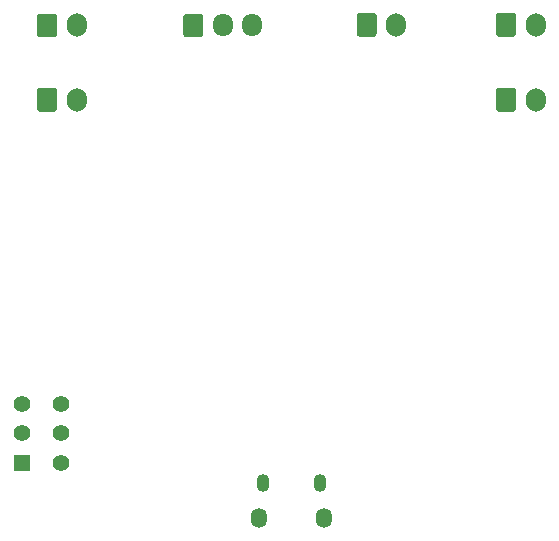
<source format=gbr>
G04 #@! TF.GenerationSoftware,KiCad,Pcbnew,(5.1.5)-2*
G04 #@! TF.CreationDate,2020-01-06T21:48:33-06:00*
G04 #@! TF.ProjectId,WirelessEStop_Tx,57697265-6c65-4737-9345-53746f705f54,rev?*
G04 #@! TF.SameCoordinates,Original*
G04 #@! TF.FileFunction,Soldermask,Bot*
G04 #@! TF.FilePolarity,Negative*
%FSLAX46Y46*%
G04 Gerber Fmt 4.6, Leading zero omitted, Abs format (unit mm)*
G04 Created by KiCad (PCBNEW (5.1.5)-2) date 2020-01-06 21:48:33*
%MOMM*%
%LPD*%
G04 APERTURE LIST*
%ADD10C,0.100000*%
%ADD11O,1.700000X2.000000*%
%ADD12O,1.700000X1.950000*%
%ADD13C,1.400000*%
%ADD14R,1.400000X1.400000*%
%ADD15O,1.100000X1.500000*%
%ADD16O,1.350000X1.700000*%
G04 APERTURE END LIST*
D10*
G36*
X133974504Y-121429204D02*
G01*
X133998773Y-121432804D01*
X134022571Y-121438765D01*
X134045671Y-121447030D01*
X134067849Y-121457520D01*
X134088893Y-121470133D01*
X134108598Y-121484747D01*
X134126777Y-121501223D01*
X134143253Y-121519402D01*
X134157867Y-121539107D01*
X134170480Y-121560151D01*
X134180970Y-121582329D01*
X134189235Y-121605429D01*
X134195196Y-121629227D01*
X134198796Y-121653496D01*
X134200000Y-121678000D01*
X134200000Y-123178000D01*
X134198796Y-123202504D01*
X134195196Y-123226773D01*
X134189235Y-123250571D01*
X134180970Y-123273671D01*
X134170480Y-123295849D01*
X134157867Y-123316893D01*
X134143253Y-123336598D01*
X134126777Y-123354777D01*
X134108598Y-123371253D01*
X134088893Y-123385867D01*
X134067849Y-123398480D01*
X134045671Y-123408970D01*
X134022571Y-123417235D01*
X133998773Y-123423196D01*
X133974504Y-123426796D01*
X133950000Y-123428000D01*
X132750000Y-123428000D01*
X132725496Y-123426796D01*
X132701227Y-123423196D01*
X132677429Y-123417235D01*
X132654329Y-123408970D01*
X132632151Y-123398480D01*
X132611107Y-123385867D01*
X132591402Y-123371253D01*
X132573223Y-123354777D01*
X132556747Y-123336598D01*
X132542133Y-123316893D01*
X132529520Y-123295849D01*
X132519030Y-123273671D01*
X132510765Y-123250571D01*
X132504804Y-123226773D01*
X132501204Y-123202504D01*
X132500000Y-123178000D01*
X132500000Y-121678000D01*
X132501204Y-121653496D01*
X132504804Y-121629227D01*
X132510765Y-121605429D01*
X132519030Y-121582329D01*
X132529520Y-121560151D01*
X132542133Y-121539107D01*
X132556747Y-121519402D01*
X132573223Y-121501223D01*
X132591402Y-121484747D01*
X132611107Y-121470133D01*
X132632151Y-121457520D01*
X132654329Y-121447030D01*
X132677429Y-121438765D01*
X132701227Y-121432804D01*
X132725496Y-121429204D01*
X132750000Y-121428000D01*
X133950000Y-121428000D01*
X133974504Y-121429204D01*
G37*
D11*
X135850000Y-122428000D03*
X108799000Y-122491500D03*
D10*
G36*
X106923504Y-121492704D02*
G01*
X106947773Y-121496304D01*
X106971571Y-121502265D01*
X106994671Y-121510530D01*
X107016849Y-121521020D01*
X107037893Y-121533633D01*
X107057598Y-121548247D01*
X107075777Y-121564723D01*
X107092253Y-121582902D01*
X107106867Y-121602607D01*
X107119480Y-121623651D01*
X107129970Y-121645829D01*
X107138235Y-121668929D01*
X107144196Y-121692727D01*
X107147796Y-121716996D01*
X107149000Y-121741500D01*
X107149000Y-123241500D01*
X107147796Y-123266004D01*
X107144196Y-123290273D01*
X107138235Y-123314071D01*
X107129970Y-123337171D01*
X107119480Y-123359349D01*
X107106867Y-123380393D01*
X107092253Y-123400098D01*
X107075777Y-123418277D01*
X107057598Y-123434753D01*
X107037893Y-123449367D01*
X107016849Y-123461980D01*
X106994671Y-123472470D01*
X106971571Y-123480735D01*
X106947773Y-123486696D01*
X106923504Y-123490296D01*
X106899000Y-123491500D01*
X105699000Y-123491500D01*
X105674496Y-123490296D01*
X105650227Y-123486696D01*
X105626429Y-123480735D01*
X105603329Y-123472470D01*
X105581151Y-123461980D01*
X105560107Y-123449367D01*
X105540402Y-123434753D01*
X105522223Y-123418277D01*
X105505747Y-123400098D01*
X105491133Y-123380393D01*
X105478520Y-123359349D01*
X105468030Y-123337171D01*
X105459765Y-123314071D01*
X105453804Y-123290273D01*
X105450204Y-123266004D01*
X105449000Y-123241500D01*
X105449000Y-121741500D01*
X105450204Y-121716996D01*
X105453804Y-121692727D01*
X105459765Y-121668929D01*
X105468030Y-121645829D01*
X105478520Y-121623651D01*
X105491133Y-121602607D01*
X105505747Y-121582902D01*
X105522223Y-121564723D01*
X105540402Y-121548247D01*
X105560107Y-121533633D01*
X105581151Y-121521020D01*
X105603329Y-121510530D01*
X105626429Y-121502265D01*
X105650227Y-121496304D01*
X105674496Y-121492704D01*
X105699000Y-121491500D01*
X106899000Y-121491500D01*
X106923504Y-121492704D01*
G37*
D11*
X147661000Y-128778000D03*
D10*
G36*
X145785504Y-127779204D02*
G01*
X145809773Y-127782804D01*
X145833571Y-127788765D01*
X145856671Y-127797030D01*
X145878849Y-127807520D01*
X145899893Y-127820133D01*
X145919598Y-127834747D01*
X145937777Y-127851223D01*
X145954253Y-127869402D01*
X145968867Y-127889107D01*
X145981480Y-127910151D01*
X145991970Y-127932329D01*
X146000235Y-127955429D01*
X146006196Y-127979227D01*
X146009796Y-128003496D01*
X146011000Y-128028000D01*
X146011000Y-129528000D01*
X146009796Y-129552504D01*
X146006196Y-129576773D01*
X146000235Y-129600571D01*
X145991970Y-129623671D01*
X145981480Y-129645849D01*
X145968867Y-129666893D01*
X145954253Y-129686598D01*
X145937777Y-129704777D01*
X145919598Y-129721253D01*
X145899893Y-129735867D01*
X145878849Y-129748480D01*
X145856671Y-129758970D01*
X145833571Y-129767235D01*
X145809773Y-129773196D01*
X145785504Y-129776796D01*
X145761000Y-129778000D01*
X144561000Y-129778000D01*
X144536496Y-129776796D01*
X144512227Y-129773196D01*
X144488429Y-129767235D01*
X144465329Y-129758970D01*
X144443151Y-129748480D01*
X144422107Y-129735867D01*
X144402402Y-129721253D01*
X144384223Y-129704777D01*
X144367747Y-129686598D01*
X144353133Y-129666893D01*
X144340520Y-129645849D01*
X144330030Y-129623671D01*
X144321765Y-129600571D01*
X144315804Y-129576773D01*
X144312204Y-129552504D01*
X144311000Y-129528000D01*
X144311000Y-128028000D01*
X144312204Y-128003496D01*
X144315804Y-127979227D01*
X144321765Y-127955429D01*
X144330030Y-127932329D01*
X144340520Y-127910151D01*
X144353133Y-127889107D01*
X144367747Y-127869402D01*
X144384223Y-127851223D01*
X144402402Y-127834747D01*
X144422107Y-127820133D01*
X144443151Y-127807520D01*
X144465329Y-127797030D01*
X144488429Y-127788765D01*
X144512227Y-127782804D01*
X144536496Y-127779204D01*
X144561000Y-127778000D01*
X145761000Y-127778000D01*
X145785504Y-127779204D01*
G37*
D11*
X108799000Y-128778000D03*
D10*
G36*
X106923504Y-127779204D02*
G01*
X106947773Y-127782804D01*
X106971571Y-127788765D01*
X106994671Y-127797030D01*
X107016849Y-127807520D01*
X107037893Y-127820133D01*
X107057598Y-127834747D01*
X107075777Y-127851223D01*
X107092253Y-127869402D01*
X107106867Y-127889107D01*
X107119480Y-127910151D01*
X107129970Y-127932329D01*
X107138235Y-127955429D01*
X107144196Y-127979227D01*
X107147796Y-128003496D01*
X107149000Y-128028000D01*
X107149000Y-129528000D01*
X107147796Y-129552504D01*
X107144196Y-129576773D01*
X107138235Y-129600571D01*
X107129970Y-129623671D01*
X107119480Y-129645849D01*
X107106867Y-129666893D01*
X107092253Y-129686598D01*
X107075777Y-129704777D01*
X107057598Y-129721253D01*
X107037893Y-129735867D01*
X107016849Y-129748480D01*
X106994671Y-129758970D01*
X106971571Y-129767235D01*
X106947773Y-129773196D01*
X106923504Y-129776796D01*
X106899000Y-129778000D01*
X105699000Y-129778000D01*
X105674496Y-129776796D01*
X105650227Y-129773196D01*
X105626429Y-129767235D01*
X105603329Y-129758970D01*
X105581151Y-129748480D01*
X105560107Y-129735867D01*
X105540402Y-129721253D01*
X105522223Y-129704777D01*
X105505747Y-129686598D01*
X105491133Y-129666893D01*
X105478520Y-129645849D01*
X105468030Y-129623671D01*
X105459765Y-129600571D01*
X105453804Y-129576773D01*
X105450204Y-129552504D01*
X105449000Y-129528000D01*
X105449000Y-128028000D01*
X105450204Y-128003496D01*
X105453804Y-127979227D01*
X105459765Y-127955429D01*
X105468030Y-127932329D01*
X105478520Y-127910151D01*
X105491133Y-127889107D01*
X105505747Y-127869402D01*
X105522223Y-127851223D01*
X105540402Y-127834747D01*
X105560107Y-127820133D01*
X105581151Y-127807520D01*
X105603329Y-127797030D01*
X105626429Y-127788765D01*
X105650227Y-127782804D01*
X105674496Y-127779204D01*
X105699000Y-127778000D01*
X106899000Y-127778000D01*
X106923504Y-127779204D01*
G37*
D11*
X147661000Y-122428000D03*
D10*
G36*
X145785504Y-121429204D02*
G01*
X145809773Y-121432804D01*
X145833571Y-121438765D01*
X145856671Y-121447030D01*
X145878849Y-121457520D01*
X145899893Y-121470133D01*
X145919598Y-121484747D01*
X145937777Y-121501223D01*
X145954253Y-121519402D01*
X145968867Y-121539107D01*
X145981480Y-121560151D01*
X145991970Y-121582329D01*
X146000235Y-121605429D01*
X146006196Y-121629227D01*
X146009796Y-121653496D01*
X146011000Y-121678000D01*
X146011000Y-123178000D01*
X146009796Y-123202504D01*
X146006196Y-123226773D01*
X146000235Y-123250571D01*
X145991970Y-123273671D01*
X145981480Y-123295849D01*
X145968867Y-123316893D01*
X145954253Y-123336598D01*
X145937777Y-123354777D01*
X145919598Y-123371253D01*
X145899893Y-123385867D01*
X145878849Y-123398480D01*
X145856671Y-123408970D01*
X145833571Y-123417235D01*
X145809773Y-123423196D01*
X145785504Y-123426796D01*
X145761000Y-123428000D01*
X144561000Y-123428000D01*
X144536496Y-123426796D01*
X144512227Y-123423196D01*
X144488429Y-123417235D01*
X144465329Y-123408970D01*
X144443151Y-123398480D01*
X144422107Y-123385867D01*
X144402402Y-123371253D01*
X144384223Y-123354777D01*
X144367747Y-123336598D01*
X144353133Y-123316893D01*
X144340520Y-123295849D01*
X144330030Y-123273671D01*
X144321765Y-123250571D01*
X144315804Y-123226773D01*
X144312204Y-123202504D01*
X144311000Y-123178000D01*
X144311000Y-121678000D01*
X144312204Y-121653496D01*
X144315804Y-121629227D01*
X144321765Y-121605429D01*
X144330030Y-121582329D01*
X144340520Y-121560151D01*
X144353133Y-121539107D01*
X144367747Y-121519402D01*
X144384223Y-121501223D01*
X144402402Y-121484747D01*
X144422107Y-121470133D01*
X144443151Y-121457520D01*
X144465329Y-121447030D01*
X144488429Y-121438765D01*
X144512227Y-121432804D01*
X144536496Y-121429204D01*
X144561000Y-121428000D01*
X145761000Y-121428000D01*
X145785504Y-121429204D01*
G37*
D12*
X123681500Y-122491500D03*
X121181500Y-122491500D03*
D10*
G36*
X119306004Y-121517704D02*
G01*
X119330273Y-121521304D01*
X119354071Y-121527265D01*
X119377171Y-121535530D01*
X119399349Y-121546020D01*
X119420393Y-121558633D01*
X119440098Y-121573247D01*
X119458277Y-121589723D01*
X119474753Y-121607902D01*
X119489367Y-121627607D01*
X119501980Y-121648651D01*
X119512470Y-121670829D01*
X119520735Y-121693929D01*
X119526696Y-121717727D01*
X119530296Y-121741996D01*
X119531500Y-121766500D01*
X119531500Y-123216500D01*
X119530296Y-123241004D01*
X119526696Y-123265273D01*
X119520735Y-123289071D01*
X119512470Y-123312171D01*
X119501980Y-123334349D01*
X119489367Y-123355393D01*
X119474753Y-123375098D01*
X119458277Y-123393277D01*
X119440098Y-123409753D01*
X119420393Y-123424367D01*
X119399349Y-123436980D01*
X119377171Y-123447470D01*
X119354071Y-123455735D01*
X119330273Y-123461696D01*
X119306004Y-123465296D01*
X119281500Y-123466500D01*
X118081500Y-123466500D01*
X118056996Y-123465296D01*
X118032727Y-123461696D01*
X118008929Y-123455735D01*
X117985829Y-123447470D01*
X117963651Y-123436980D01*
X117942607Y-123424367D01*
X117922902Y-123409753D01*
X117904723Y-123393277D01*
X117888247Y-123375098D01*
X117873633Y-123355393D01*
X117861020Y-123334349D01*
X117850530Y-123312171D01*
X117842265Y-123289071D01*
X117836304Y-123265273D01*
X117832704Y-123241004D01*
X117831500Y-123216500D01*
X117831500Y-121766500D01*
X117832704Y-121741996D01*
X117836304Y-121717727D01*
X117842265Y-121693929D01*
X117850530Y-121670829D01*
X117861020Y-121648651D01*
X117873633Y-121627607D01*
X117888247Y-121607902D01*
X117904723Y-121589723D01*
X117922902Y-121573247D01*
X117942607Y-121558633D01*
X117963651Y-121546020D01*
X117985829Y-121535530D01*
X118008929Y-121527265D01*
X118032727Y-121521304D01*
X118056996Y-121517704D01*
X118081500Y-121516500D01*
X119281500Y-121516500D01*
X119306004Y-121517704D01*
G37*
D13*
X107440000Y-154512000D03*
X107440000Y-157012000D03*
X107440000Y-159512000D03*
X104140000Y-154512000D03*
X104140000Y-157012000D03*
D14*
X104140000Y-159512000D03*
D15*
X124555000Y-161195000D03*
X129395000Y-161195000D03*
D16*
X124245000Y-164195000D03*
X129705000Y-164195000D03*
M02*

</source>
